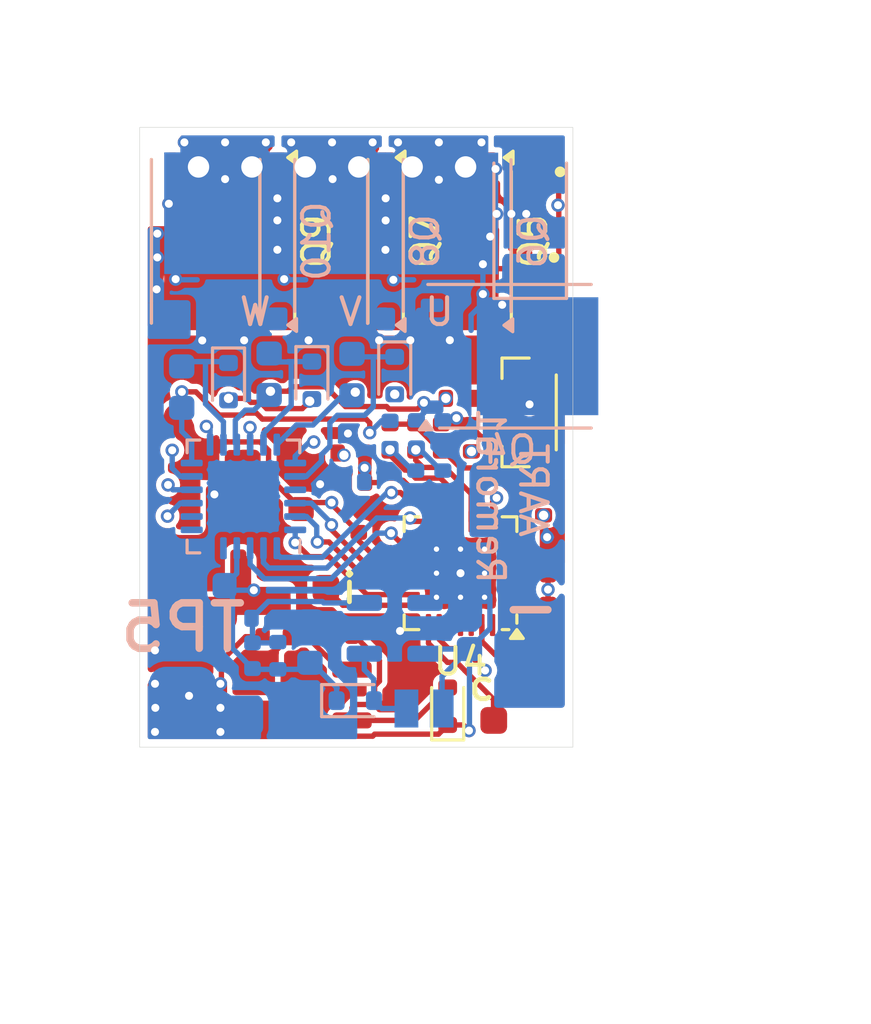
<source format=kicad_pcb>
(kicad_pcb (version 20240108) (generator "pcbnew") (generator_version "8.0")
  (layers (0 "F.Cu" signal) (1 "In1.Cu" signal) (2 "In2.Cu" signal) (31 "B.Cu" signal) (34 "B.Paste" user) (35 "F.Paste" user) (36 "B.SilkS" user "B.Silkscreen") (37 "F.SilkS" user "F.Silkscreen") (38 "B.Mask" user) (39 "F.Mask" user) (44 "Edge.Cuts" user))
  (net 0 "")
  (net 1 "SVIN")
  (net 2 "GND")
  (net 3 "VCC")
  (net 4 "Net-(U1-FB)")
  (net 5 "VDC")
  (net 6 "VDD")
  (net 7 "Net-(D5-K)")
  (net 8 "Net-(D6-K)")
  (net 9 "Net-(D7-K)")
  (net 10 "VBUS")
  (net 11 "Net-(D1-A)")
  (net 12 "Net-(D2A-A)")
  (net 13 "Net-(D2A-K)")
  (net 14 "Net-(D2C-K)")
  (net 15 "GND1")
  (net 16 "Net-(D4-A)")
  (net 17 "U")
  (net 18 "V")
  (net 19 "W")
  (net 20 "Net-(J6-Pin_1)")
  (net 21 "Net-(J7-Pin_1)")
  (net 22 "Net-(Q1-B)")
  (net 23 "Net-(Q2B-E2)")
  (net 24 "Net-(Q2A-C1)")
  (net 25 "Net-(Q5-G)")
  (net 26 "Net-(Q6-G)")
  (net 27 "Net-(Q7-G)")
  (net 28 "Net-(Q8-G)")
  (net 29 "Net-(Q9-G)")
  (net 30 "Net-(Q10-G)")
  (net 31 "UE")
  (net 32 "VE")
  (net 33 "WE")
  (net 34 "S0")
  (net 35 "Net-(U4-NRST)")
  (net 36 "Net-(U4-PA15)")
  (net 37 "Net-(U4-PA2)")
  (net 38 "Net-(U4-PB6)")
  (net 40 "UL")
  (net 41 "VL")
  (net 42 "WL")
  (net 46 "UH")
  (net 47 "VH")
  (net 48 "WH")
  (net 56 "Net-(J4-Pin_1)")
  (net 57 "Net-(J4-Pin_2)")
  (net 58 "Net-(J5-Pin_1)")
  (net 59 "Net-(J1-Pin_1)")
  (footprint "Resistor_SMD:R_0402_1005Metric" (layer "F.Cu") (at 166.925 114.9 -90)
    (property "Reference" "R12" (hide yes))
    (property "Value" "10k")
  )
  (footprint "Resistor_SMD:R_0402_1005Metric" (layer "F.Cu") (at 165 114.9 -90)
    (property "Reference" "R14" (hide yes))
    (property "Value" "10k")
  )
  (footprint "Connector_Wire:SolderWire-0.15sqmm_1x01_D0.5mm_OD1.5mm" (layer "F.Cu") (at 157.83 104.77 -90)
    (property "Reference" "J11" (hide yes))
    (property "Value" "Conn_01x01_Pin")
  )
  (footprint "Diode_SMD:D_SOD-523" (layer "F.Cu") (at 167.16 124.94 90)
    (property "Reference" "D1" (hide yes))
    (property "Value" "BZX584C8V2")
  )
  (footprint "Resistor_SMD:R_0402_1005Metric" (layer "F.Cu") (at 165.9636 114.9 -90)
    (property "Reference" "R13" (hide yes))
    (property "Value" "10k")
  )
  (footprint "TestPoint:TestPoint_Pad_D1.0mm" (layer "F.Cu") (at 157.025 114.125)
    (property "Reference" "TP3" (hide yes))
    (property "Value" "TestPoint_Small")
  )
  (footprint "Resistor_SMD:R_0402_1005Metric" (layer "F.Cu") (at 169.418 123.5202 -90)
    (property "Reference" "R21" (hide yes))
    (property "Value" "1k")
  )
  (footprint "Capacitor_SMD:C_0603_1608Metric" (layer "F.Cu") (at 160.8074 120.3706 90)
    (property "Reference" "C5" (hide yes))
    (property "Value" "1uF")
  )
  (footprint "Capacitor_SMD:C_0603_1608Metric" (layer "F.Cu") (at 158.92 115.82)
    (property "Reference" "C6" (hide yes))
    (property "Value" "2.2uF")
  )
  (footprint "Capacitor_SMD:C_0805_2012Metric" (layer "F.Cu") (at 167.64 111.252 -90)
    (property "Reference" "C20" (hide yes))
    (property "Value" "22uF")
  )
  (footprint "Capacitor_SMD:C_0805_2012Metric" (layer "F.Cu") (at 163.9824 111.252 -90)
    (property "Reference" "C18" (hide yes))
    (property "Value" "22uF")
  )
  (footprint "Resistor_SMD:R_0402_1005Metric" (layer "F.Cu") (at 164.09 122.29)
    (property "Reference" "R4" (hide yes))
    (property "Value" "330R")
  )
  (footprint "Portia:HDG 1x04 P0.6 Horizontal" (layer "F.Cu") (at 171.225 113.95 90)
    (property "Reference" "J4" (hide yes))
    (property "Value" "Conn_01x04")
  )
  (footprint "Connector_Wire:SolderWire-0.15sqmm_1x01_D0.5mm_OD1.5mm" (layer "F.Cu") (at 161.83 104.77 -90)
    (property "Reference" "J9" (hide yes))
    (property "Value" "Conn_01x01_Pin")
  )
  (footprint "Connector_Wire:SolderWire-0.15sqmm_1x01_D0.5mm_OD1.5mm" (layer "F.Cu") (at 167.83 104.77 -90)
    (property "Reference" "J2" (hide yes))
    (property "Value" "Conn_01x01_Pin")
  )
  (footprint "Package_TO_SOT_SMD:SOT-363_SC-70-6" (layer "F.Cu") (at 170.175 106.35 -90)
    (property "Reference" "D2" (hide yes))
    (property "Value" "MMBD4448HTW")
  )
  (footprint "Connector_Wire:SolderWire-0.15sqmm_1x01_D0.5mm_OD1.5mm" (layer "F.Cu") (at 159.83 104.77 -90)
    (property "Reference" "J10" (hide yes))
    (property "Value" "Conn_01x01_Pin")
  )
  (footprint "Resistor_SMD:R_0402_1005Metric" (layer "F.Cu") (at 160.74 122.34)
    (property "Reference" "R1" (hide yes))
    (property "Value" "10k")
  )
  (footprint "Capacitor_SMD:C_0805_2012Metric" (layer "F.Cu") (at 157.475 124.4 90)
    (property "Reference" "C11" (hide yes))
    (property "Value" "22uF")
  )
  (footprint "Capacitor_SMD:C_0805_2012Metric" (layer "F.Cu") (at 156.6672 111.252 -90)
    (property "Reference" "C14" (hide yes))
    (property "Value" "22uF")
  )
  (footprint "Resistor_SMD:R_0402_1005Metric" (layer "F.Cu") (at 170.9166 121.625 -90)
    (property "Reference" "R18" (hide yes))
    (property "Value" "10k")
  )
  (footprint "Package_TO_SOT_SMD:SOT-23" (layer "F.Cu") (at 164.5135 124.52)
    (property "Reference" "Q3" (hide yes))
    (property "Value" "MMBFJ309")
  )
  (footprint "Capacitor_SMD:C_0402_1005Metric" (layer "F.Cu") (at 170.9166 119.55 90)
    (property "Reference" "C22" (hide yes))
    (property "Value" "100nF")
  )
  (footprint "Capacitor_SMD:C_0402_1005Metric" (layer "F.Cu") (at 163.83 117.9576 90)
    (property "Reference" "C23" (hide yes))
    (property "Value" "100nF")
  )
  (footprint "Resistor_SMD:R_0402_1005Metric" (layer "F.Cu") (at 163.5506 115.4684)
    (property "Reference" "R5" (hide yes))
    (property "Value" "10k")
  )
  (footprint "Package_TO_SOT_SMD:SOT-23" (layer "F.Cu") (at 160.6616 124.52)
    (property "Reference" "Q1" (hide yes))
    (property "Value" "FMMT718")
  )
  (footprint "Package_TO_SOT_SMD:TDSON-8-1" (layer "F.Cu") (at 158.75 107.55 -90)
    (property "Reference" "Q9")
    (property "Value" "AP90N03Q")
  )
  (footprint "Capacitor_SMD:C_0402_1005Metric" (layer "F.Cu") (at 163.575 116.575 180)
    (property "Reference" "C1" (hide yes))
    (property "Value" "100nF")
  )
  (footprint "Package_TO_SOT_SMD:TDSON-8-1" (layer "F.Cu") (at 166.8574 107.55 -90)
    (property "Reference" "Q5")
    (property "Value" "AP90N03Q")
  )
  (footprint "Capacitor_SMD:C_0805_2012Metric" (layer "F.Cu") (at 165.8112 111.252 -90)
    (property "Reference" "C19" (hide yes))
    (property "Value" "22uF")
  )
  (footprint "Capacitor_SMD:C_0805_2012Metric" (layer "F.Cu") (at 158.496 111.252 -90)
    (property "Reference" "C15" (hide yes))
    (property "Value" "22uF")
  )
  (footprint "Connector_Wire:SolderWire-0.15sqmm_1x01_D0.5mm_OD1.5mm" (layer "F.Cu") (at 165.83 104.77 -90)
    (property "Reference" "J3" (hide yes))
    (property "Value" "Conn_01x01_Pin")
  )
  (footprint "Resistor_SMD:R_0402_1005Metric" (layer "F.Cu") (at 170.175 111.175 180)
    (property "Reference" "R2" (hide yes))
    (property "Value" "2k2")
  )
  (footprint "TestPoint:TestPoint_Pad_D1.0mm" (layer "F.Cu") (at 158.77 121.66)
    (property "Reference" "TP2" (hide yes))
    (property "Value" "TestPoint_Small")
  )
  (footprint "Resistor_SMD:R_0402_1005Metric" (layer "F.Cu") (at 168.05 114.9 90)
    (property "Reference" "R9" (hide yes))
    (property "Value" "10k")
  )
  (footprint "Resistor_SMD:R_0402_1005Metric" (layer "F.Cu") (at 167.6 113.425)
    (property "Reference" "R20" (hide yes))
    (property "Value" "1k")
  )
  (footprint "Package_DFN_QFN:QFN-28-1EP_4x4mm_P0.4mm_EP2.3x2.3mm_ThermalVias" (layer "F.Cu") (at 167.64 119.9642 180)
    (property "Reference" "U4")
    (property "Value" "AT32F421G8U7")
  )
  (footprint "TestPoint:TestPoint_Pad_D1.0mm" (layer "F.Cu") (at 156.45 121.675)
    (property "Reference" "TP1" (hide yes))
    (property "Value" "TestPoint_Small")
  )
  (footprint "TestPoint:TestPoint_Pad_1.0x1.0mm" (layer "F.Cu") (at 170.8912 123.5964 90)
    (property "Reference" "J7" (hide yes))
    (property "Value" "Conn_01x01")
  )
  (footprint "Package_TO_SOT_SMD:TDSON-8-1" (layer "F.Cu") (at 162.812 107.549 -90)
    (property "Reference" "Q7")
    (property "Value" "AP90N03Q")
  )
  (footprint "Capacitor_SMD:C_0603_1608Metric" (layer "F.Cu") (at 161.671 116.7892 90)
    (property "Reference" "C21" (hide yes))
    (property "Value" "10uF")
  )
  (footprint "Connector_Wire:SolderWire-0.15sqmm_1x01_D0.5mm_OD1.5mm" (layer "F.Cu") (at 163.83 104.77 -90)
    (property "Reference" "J8" (hide yes))
    (property "Value" "Conn_01x01_Pin")
  )
  (footprint "Connector_Wire:SolderWirePad_1x01_SMD_1x2mm" (layer "F.Cu") (at 168.45 116.625)
    (property "Reference" "J1" (hide yes))
    (property "Value" "Conn_01x01_Pin")
  )
  (footprint "Resistor_SMD:R_0402_1005Metric" (layer "F.Cu") (at 170.475 104.175 180)
    (property "Reference" "R3" (hide yes))
    (property "Value" "4k7")
  )
  (footprint "TestPoint:TestPoint_Pad_1.0x1.0mm" (layer "F.Cu") (at 168.8846 125.47 90)
    (property "Reference" "J6" (hide yes))
    (property "Value" "Conn_01x01")
  )
  (footprint "Package_TO_SOT_SMD:SOT-23-5" (layer "F.Cu") (at 158.369 118.6 90)
    (property "Reference" "U2" (hide yes))
    (property "Value" "AP2210K-3.3TRG1")
  )
  (footprint "Capacitor_SMD:C_0805_2012Metric" (layer "F.Cu") (at 160.3248 111.252 -90)
    (property "Reference" "C16" (hide yes))
    (property "Value" "22uF")
  )
  (footprint "Capacitor_SMD:C_0805_2012Metric" (layer "F.Cu") (at 162.1536 111.252 -90)
    (property "Reference" "C17" (hide yes))
    (property "Value" "22uF")
  )
  (footprint "Package_TO_SOT_SMD:SOT-563" (layer "F.Cu") (at 170.225 109.325 -90)
    (property "Reference" "Q2" (hide yes))
    (property "Value" "EMZ1T2R")
  )
  (footprint "Resistor_SMD:R_0402_1005Metric" (layer "F.Cu") (at 170.75 117.29 90)
    (property "Reference" "R19" (hide yes))
    (property "Value" "1k")
  )
  (footprint "TestPoint:TestPoint_Pad_1.0x1.0mm" (layer "F.Cu") (at 162.6 120.53 90)
    (property "Reference" "J5" (hide yes))
    (property "Value" "Conn_01x01")
  )
  (footprint "Resistor_SMD:R_0402_1005Metric" (layer "B.Cu") (at 165 114.775 -90)
    (property "Reference" "R11" (hide yes))
    (property "Value" "10k")
  )
  (footprint "Added_footprints:L_Sunltech_SLW201610P" (layer "B.Cu") (at 166.275 125.025 180)
    (property "Reference" "L1" (hide yes))
    (property "Value" "10uH")
  )
  (footprint "Resistor_SMD:R_0402_1005Metric" (layer "B.Cu") (at 165.989 114.7572 -90)
    (property "Reference" "R10" (hide yes))
    (property "Value" "10k")
  )
  (footprint "Capacitor_SMD:C_0402_1005Metric" (layer "B.Cu") (at 159.85 123.05 90)
    (property "Reference" "C2" (hide yes))
    (property "Value" "10pF")
  )
  (footprint "Resistor_SMD:R_0402_1005Metric" (layer "B.Cu") (at 160.325 121.65)
    (property "Reference" "R8" (hide yes))
    (property "Value" "10k")
  )
  (footprint "Capacitor_SMD:C_0603_1608Metric" (layer "B.Cu") (at 162 122.54 90)
    (property "Reference" "C3" (hide yes))
    (property "Value" "1uF")
  )
  (footprint "Diode_SMD:D_SOD-523" (layer "B.Cu") (at 163.7 124.73)
    (property "Reference" "D4" (hide yes))
    (property "Value" "RB521SM-40T2R")
  )
  (footprint "TestPoint:TestPoint_Pad_2.5x2.5mm" (layer "B.Cu") (at 170.3 123.475 180)
    (property "Reference" "GND1" (hide yes))
    (property "Value" "TestPoint")
  )
  (footprint "TestPoint:TestPoint_Pad_2.5x2.5mm" (layer "B.Cu") (at 157.23 124.714 180)
    (property "Reference" "TP5")
    (property "Value" "TestPoint")
  )
  (footprint "Diode_SMD:D_SOD-523" (layer "B.Cu") (at 162.075 112.75 -90)
    (property "Reference" "D6" (hide yes))
    (property "Value" "RB521SM-40T2R")
  )
  (footprint "Package_TO_SOT_SMD:TDSON-8-1" (layer "B.Cu") (at 166.8453 107.5612 90)
    (property "Reference" "Q6")
    (property "Value" "AP90N03Q")
  )
  (footprint "Resistor_SMD:R_0402_1005Metric" (layer "B.Cu") (at 163.525 116.55 180)
    (property "Reference" "R6" (hide yes))
    (property "Value" "2k2")
  )
  (footprint "Capacitor_SMD:C_0805_2012Metric" (layer "B.Cu") (at 160.7 125.275)
    (property "Reference" "C12" (hide yes))
    (property "Value" "22uF")
  )
  (footprint "Diode_SMD:D_SOD-523" (layer "B.Cu") (at 165.1762 112.5728 -90)
    (property "Reference" "D5" (hide yes))
    (property "Value" "RB521SM-40T2R")
  )
  (footprint "Package_TO_SOT_SMD:TDSON-8-1" (layer "B.Cu") (at 158.75 107.55 90)
    (property "Reference" "Q10")
    (property "Value" "AP90N03Q")
  )
  (footprint "Package_TO_SOT_SMD:TDSON-8-1" (layer "B.Cu") (at 162.814 107.55 90)
    (property "Reference" "Q8")
    (property "Value" "AP90N03Q")
  )
  (footprint "Capacitor_SMD:C_0603_1608Metric" (layer "B.Cu") (at 167.975 122.025 90)
    (property "Reference" "C4" (hide yes))
    (property "Value" "2.2uF")
  )
  (footprint "Package_TO_SOT_SMD:TDSON-8-1" (layer "B.Cu") (at 169.475 111.85)
    (property "Reference" "Q4")
    (property "Value" "AON7418")
  )
  (footprint "Resistor_SMD:R_0402_1005Metric" (layer "B.Cu") (at 165.9636 116.6368 -90)
    (property "Reference" "R17" (hide yes))
    (property "Value" "2k2")
  )
  (footprint "Resistor_SMD:R_0402_1005Metric" (layer "B.Cu") (at 166.9796 114.7572 -90)
    (property "Reference" "R15" (hide yes))
    (property "Value" "2k2")
  )
  (footprint "Package_DFN_QFN:QFN-24-1EP_4x4mm_P0.5mm_EP2.6x2.6mm" (layer "B.Cu") (at 159.512 117.094 90)
    (property "Reference" "U3" (hide yes))
    (property "Value" "FD6288Q")
  )
  (footprint "Capacitor_SMD:C_0603_1608Metric" (layer "B.Cu") (at 158.03 120.43 180)
    (property "Reference" "C10" (hide yes))
    (property "Value" "1uF")
  )
  (footprint "Diode_SMD:D_SOD-523" (layer "B.Cu") (at 158.9532 112.8014 -90)
    (property "Reference" "D7" (hide yes))
    (property "Value" "RB521SM-40T2R")
  )
  (footprint "Capacitor_SMD:C_0603_1608Metric" (layer "B.Cu") (at 163.576 112.5344 -90)
    (property "Reference" "C7" (hide yes))
    (property "Value" "220nF")
  )
  (footprint "Capacitor_SMD:C_0805_2012Metric" (layer "B.Cu") (at 157.8 110.475)
    (property "Reference" "C13" (hide yes))
    (property "Value" "22uF")
  )
  (footprint "Diode_SMD:D_SOD-128" (layer "B.Cu") (at 170.25 106.525 90)
    (property "Reference" "D3" (hide yes))
    (property "Value" "PMEG3030EP")
  )
  (footprint "Package_TO_SOT_SMD:SOT-23-5" (layer "B.Cu") (at 165.175 122.025)
    (property "Reference" "U1" (hide yes))
    (property "Value" "AP3015KTR-G1")
  )
  (footprint "Capacitor_SMD:C_0603_1608Metric" (layer "B.Cu") (at 157.2006 113.0046 -90)
    (property "Reference" "C9" (hide yes))
    (property "Value" "220nF")
  )
  (footprint "Resistor_SMD:R_0402_1005Metric" (layer "B.Cu") (at 166.9796 116.6368 -90)
    (property "Reference" "R16" (hide yes))
    (property "Value" "2k2")
  )
  (footprint "Capacitor_SMD:C_0603_1608Metric" (layer "B.Cu") (at 160.475 112.522 -90)
    (property "Reference" "C8" (hide yes))
    (property "Value" "220nF")
  )
  (footprint "Resistor_SMD:R_0402_1005Metric" (layer "B.Cu") (at 160.8 123.05 90)
    (property "Reference" "R7" (hide yes))
    (property "Value" "91k")
  )
  (gr_rect (start 155.6258 103.29) (end 171.847 126.471) (stroke (width 0.02)) (fill none) (layer "Edge.Cuts"))
  (gr_text "AART" (at 169.775 118.7 -90) (layer "B.SilkS") (effects (font (size 1 1) (thickness 0.153)) (justify left bottom mirror)))
  (gr_text "V" (at 164.05 110.775 0) (layer "B.SilkS") (effects (font (size 1 1) (thickness 0.153)) (justify left bottom mirror)))
  (gr_text "-" (at 171.5 122.2 0) (layer "B.SilkS") (effects (font (size 1.7 1.7) (thickness 0.28) (bold yes)) (justify left bottom mirror)))
  (gr_text "W" (at 160.625 110.775 0) (layer "B.SilkS") (effects (font (size 1 1) (thickness 0.153)) (justify left bottom mirror)))
  (gr_text "U" (at 167.475 110.775 0) (layer "B.SilkS") (effects (font (size 1 1) (thickness 0.153)) (justify left bottom mirror)))
  (gr_text "Remora1" (at 168.175 113.675 270) (layer "B.SilkS") (effects (font (size 1 1) (thickness 0.153)) (justify right bottom mirror)))
  (gr_text "i" (at 163.1 121.175 0) (layer "F.SilkS") (effects (font (size 1.1 1.1) (thickness 0.18) (bold yes)) (justify left bottom)))
  (gr_text "c" (at 167.85 124.8 0) (layer "F.SilkS") (effects (font (size 1.1 1.1) (thickness 0.18) (bold yes)) (justify left bottom)))
  (segment (start 164.74 116.41) (end 165.273676 116.41) (width 0.2) (layer "F.Cu") (net 1))
  (segment (start 167.24 117.327154) (end 167.24 118.0267) (width 0.2) (layer "F.Cu") (net 1))
  (segment (start 165.806656 116.8082) (end 166.721046 116.8082) (width 0.2) (layer "F.Cu") (net 1))
  (segment (start 165.360276 116.4966) (end 165.495056 116.4966) (width 0.2) (layer "F.Cu") (net 1))
  (segment (start 166.721046 116.8082) (end 167.24 117.327154) (width 0.2) (layer "F.Cu") (net 1))
  (segment (start 164.575 116.575) (end 164.74 116.41) (width 0.2) (layer "F.Cu") (net 1))
  (segment (start 165.273676 116.41) (end 165.360276 116.4966) (width 0.2) (layer "F.Cu") (net 1))
  (segment (start 164.0606 116.0144) (end 164.05 116.025) (width 0.2) (layer "F.Cu") (net 1))
  (segment (start 164.055 116.575) (end 164.055 116.03) (width 0.5) (layer "F.Cu") (net 1))
  (segment (start 164.055 116.03) (end 164.05 116.025) (width 0.2) (layer "F.Cu") (net 1))
  (segment (start 165.495056 116.4966) (end 165.806656 116.8082) (width 0.2) (layer "F.Cu") (net 1))
  (segment (start 164.0606 115.4684) (end 164.0606 116.0144) (width 0.5) (layer "F.Cu") (net 1))
  (segment (start 164.055 116.575) (end 164.575 116.575) (width 0.2) (layer "F.Cu") (net 1))
  (via (at 164.05 116.025) (size 0.5) (drill 0.3) (layers "F.Cu" "B.Cu") (net 1))
  (segment (start 164.05 116.535) (end 164.035 116.55) (width 0.2) (layer "B.Cu") (net 1))
  (segment (start 164.05 116.025) (end 164.05 116.535) (width 0.2) (layer "B.Cu") (net 1))
  (segment (start 168.627 112.202) (end 167.64 112.202) (width 0.2) (layer "F.Cu") (net 2))
  (segment (start 165.182782 119.1642) (end 165.024291 119.005709) (width 0.2) (layer "F.Cu") (net 2))
  (segment (start 165.7025 119.1642) (end 165.182782 119.1642) (width 0.2) (layer "F.Cu") (net 2))
  (segment (start 164.6 122.29) (end 165.451 123.141) (width 0.2) (layer "F.Cu") (net 2))
  (segment (start 165.451 123.141) (end 165.451 124.52) (width 0.2) (layer "F.Cu") (net 2))
  (segment (start 169.475 113.05) (end 168.627 112.202) (width 0.2) (layer "F.Cu") (net 2))
  (via (at 158.424535 117.017079) (size 0.5) (drill 0.3) (layers "F.Cu" "B.Cu") (net 2))
  (via (at 169.545 106.525) (size 0.5) (drill 0.3) (layers "F.Cu" "B.Cu") (net 2))
  (via (at 165.7607 111.252) (size 0.5) (drill 0.3) (layers "F.Cu" "B.Cu") (net 2))
  (via (at 168.99 106.525) (size 0.5) (drill 0.3) (layers "F.Cu" "B.Cu") (net 2))
  (via (at 167.64 119.9642) (size 0.5) (drill 0.3) (layers "F.Cu" "B.Cu") (net 2))
  (via (at 170.1 106.525) (size 0.5) (drill 0.3) (layers "F.Cu" "B.Cu") (net 2))
  (via (at 162.3822 116.6368) (size 0.5) (drill 0.3) (layers "F.Cu" "B.Cu") (net 2))
  (via (at 157.969367 111.258767) (size 0.5) (drill 0.3) (layers "F.Cu" "B.Cu") (net 2))
  (via (at 161.9504 111.252) (size 0.5) (drill 0.3) (layers "F.Cu" "B.Cu") (net 2))
  (via (at 163.425 114.7395) (size 0.5) (drill 0.3) (layers "F.Cu" "B.Cu") (net 2))
  (via (at 167.2397 111.25) (size 0.5) (drill 0.3) (layers "F.Cu" "B.Cu") (net 2))
  (via (at 164.592 111.252) (size 0.5) (drill 0.3) (layers "F.Cu" "B.Cu") (net 2))
  (via (at 165.375 122.125) (size 0.5) (drill 0.3) (layers "F.Cu" "B.Cu") (net 2))
  (via (at 156.2 122.85) (size 0.5) (drill 0.3) (layers "F.Cu" "B.Cu") (net 2))
  (via (at 168.950695 104.844658) (size 0.5) (drill 0.3) (layers "F.Cu" "B.Cu") (net 2))
  (via (at 159.537882 111.254706) (size 0.5) (drill 0.3) (layers "F.Cu" "B.Cu") (net 2))
  (via (at 170.8825 118.614) (size 0.5) (drill 0.3) (layers "F.Cu" "B.Cu") (net 2))
  (segment (start 164.0375 122.025) (end 164.1525 122.14) (width 0.2) (layer "B.Cu") (net 2))
  (segment (start 164.0375 122.025) (end 162.26 122.025) (width 0.2) (layer "B.Cu") (net 2))
  (segment (start 165.375 122.125) (end 165.39 122.14) (width 0.2) (layer "B.Cu") (net 2))
  (segment (start 167.085 122.14) (end 167.975 121.25) (width 0.2) (layer "B.Cu") (net 2))
  (segment (start 164.1525 122.14) (end 165.36 122.14) (width 0.2) (layer "B.Cu") (net 2))
  (segment (start 162.26 122.025) (end 162 121.765) (width 0.2) (layer "B.Cu") (net 2))
  (segment (start 165.36 122.14) (end 165.375 122.125) (width 0.2) (layer "B.Cu") (net 2))
  (segment (start 165.39 122.14) (end 167.085 122.14) (width 0.2) (layer "B.Cu") (net 2))
  (segment (start 159.8972 120.9466) (end 160.0962 121.1456) (width 0.2) (layer "F.Cu") (net 3))
  (segment (start 160.146062 113.574875) (end 159.787375 113.574875) (width 0.2) (layer "F.Cu") (net 3))
  (segment (start 159.319 120.725) (end 159.319 119.7375) (width 0.2) (layer "F.Cu") (net 3))
  (segment (start 161.713946 113.81) (end 160.381187 113.81) (width 0.2) (layer "F.Cu") (net 3))
  (segment (start 158.77 120.9774) (end 158.8008 120.9466) (width 0.2) (layer "F.Cu") (net 3))
  (segment (start 159.8972 120.6028) (end 159.8972 120.9466) (width 0.2) (layer "F.Cu") (net 3))
  (segment (start 158.8008 120.9466) (end 159.0974 120.9466) (width 0.2) (layer "F.Cu") (net 3))
  (segment (start 160.381187 113.81) (end 160.146062 113.574875) (width 0.2) (layer "F.Cu") (net 3))
  (segment (start 161.992446 113.5315) (end 161.713946 113.81) (width 0.2) (layer "F.Cu") (net 3))
  (segment (start 160.0962 121.1456) (end 160.8074 121.1456) (width 0.2) (layer "F.Cu") (net 3))
  (segment (start 159.787375 113.574875) (end 159.637875 113.425375) (width 0.2) (layer "F.Cu") (net 3))
  (segment (start 162.018183 113.5315) (end 161.851483 113.6982) (width 0.2) (layer "F.Cu") (net 3))
  (segment (start 171.32 110.54) (end 170.685 111.175) (width 0.2) (layer "F.Cu") (net 3))
  (segment (start 171.2975 106.2) (end 171.32 106.2225) (width 0.2) (layer "F.Cu") (net 3))
  (segment (start 159.637875 113.425375) (end 158.9532 113.425375) (width 0.2) (layer "F.Cu") (net 3))
  (segment (start 159.0974 120.9466) (end 159.319 120.725) (width 0.2) (layer "F.Cu") (net 3))
  (segment (start 158.77 121.66) (end 158.77 120.9774) (width 0.2) (layer "F.Cu") (net 3))
  (segment (start 171.315 106.1825) (end 171.315 104.505) (width 0.2) (layer "F.Cu") (net 3))
  (segment (start 159.0974 120.9466) (end 159.3342 120.9466) (width 0.2) (layer "F.Cu") (net 3))
  (segment (start 171.32 106.2225) (end 171.32 110.54) (width 0.2) (layer "F.Cu") (net 3))
  (segment (start 171.315 104.505) (end 170.985 104.175) (width 0.2) (layer "F.Cu") (net 3))
  (segment (start 157.419 120.773599) (end 157.592001 120.9466) (width 0.2) (layer "F.Cu") (net 3))
  (segment (start 171.2975 106.2) (end 171.315 106.1825) (width 0.2) (layer "F.Cu") (net 3))
  (segment (start 157.419 119.7375) (end 157.419 120.773599) (width 0.2) (layer "F.Cu") (net 3))
  (segment (start 159.3342 120.9466) (end 159.8972 120.9466) (width 0.2) (layer "F.Cu") (net 3))
  (segment (start 159.1138 120.9466) (end 159.3342 120.9466) (width 0.2) (layer "F.Cu") (net 3))
  (segment (start 159.9 120.6) (end 159.8972 120.6028) (width 0.2) (layer "F.Cu") (net 3))
  (segment (start 157.592001 120.9466) (end 158.8008 120.9466) (width 0.2) (layer "F.Cu") (net 3))
  (via (at 161.992446 113.5315) (size 0.5) (drill 0.35) (layers "F.Cu" "B.Cu") (net 3))
  (via (at 158.9532 113.425375) (size 0.5) (drill 0.35) (layers "F.Cu" "B.Cu") (net 3))
  (via (at 159.9 120.6) (size 0.5) (drill 0.3) (layers "F.Cu" "B.Cu") (net 3))
  (via (at 171.29 106.2) (size 0.5) (drill 0.3) (layers "F.Cu" "B.Cu") (net 3))
  (via (at 165.1762 113.2728) (size 0.5) (drill 0.35) (layers "F.Cu" "B.Cu") (net 3))
  (segment (start 162 123.315) (end 162.0754 123.315) (width 0.2) (layer "B.Cu") (net 3))
  (segment (start 162.0754 123.315) (end 163.0172 124.2568) (width 0.2) (layer "B.Cu") (net 3))
  (segment (start 161.755 123.56) (end 162 123.315) (width 0.2) (layer "B.Cu") (net 3))
  (segment (start 159.262 119.973) (end 158.805 120.43) (width 0.2) (layer "B.Cu") (net 3))
  (segment (start 159.85 123.53) (end 159.55 123.23) (width 0.2) (layer "B.Cu") (net 3))
  (segment (start 159.55 123.225) (end 159.1 122.775) (width 0.2) (layer "B.Cu") (net 3))
  (segment (start 160.8 123.56) (end 159.88 123.56) (width 0.2) (layer "B.Cu") (net 3))
  (segment (start 159.55 123.23) (end 159.55 123.225) (width 0.2) (layer "B.Cu") (net 3))
  (segment (start 159.1 120.725) (end 158.805 120.43) (width 0.2) (layer "B.Cu") (net 3))
  (segment (start 158.975 120.6) (end 158.805 120.43) (width 0.2) (layer "B.Cu") (net 3))
  (segment (start 159.1 122.775) (end 159.1 120.725) (width 0.2) (layer "B.Cu") (net 3))
  (segment (start 163.0172 124.2568) (end 163 124.274) (width 0.2) (layer "B.Cu") (net 3))
  (segment (start 159.262 119.0315) (end 159.262 119.973) (width 0.2) (layer "B.Cu") (net 3))
  (segment (start 163 124.274) (end 163 124.73) (width 0.2) (layer "B.Cu") (net 3))
  (segment (start 159.88 123.56) (end 159.85 123.53) (width 0.2) (layer "B.Cu") (net 3))
  (segment (start 160.8 123.56) (end 161.755 123.56) (width 0.2) (layer "B.Cu") (net 3))
  (segment (start 159.9 120.6) (end 158.975 120.6) (width 0.2) (layer "B.Cu") (net 3))
  (segment (start 159.815 121.65) (end 160.44 121.025) (width 0.2) (layer "B.Cu") (net 4))
  (segment (start 162.519556 121.075) (end 164.0375 121.075) (width 0.2) (layer "B.Cu") (net 4))
  (segment (start 160.44 121.025) (end 162.469556 121.025) (width 0.2) (layer "B.Cu") (net 4))
  (segment (start 160.77 122.57) (end 159.85 122.57) (width 0.2) (layer "B.Cu") (net 4))
  (segment (start 159.85 122.57) (end 159.85 121.685) (width 0.2) (layer "B.Cu") (net 4))
  (segment (start 162.469556 121.025) (end 162.519556 121.075) (width 0.2) (layer "B.Cu") (net 4))
  (segment (start 160.8 122.54) (end 160.77 122.57) (width 0.2) (layer "B.Cu") (net 4))
  (segment (start 159.85 121.685) (end 159.815 121.65) (width 0.2) (layer "B.Cu") (net 4))
  (segment (start 164.34991 126.06) (end 162.257074 126.06) (width 0.2) (layer "F.Cu") (net 5))
  (segment (start 164.42591 125.984) (end 164.34991 126.06) (width 0.2) (layer "F.Cu") (net 5))
  (segment (start 161.5991 125.402026) (end 161.5991 124.52) (width 0.2) (layer "F.Cu") (net 5))
  (segment (start 166.816 125.984) (end 164.42591 125.984) (width 0.2) (layer "F.Cu") (net 5))
  (segment (start 162.257074 126.06) (end 161.5991 125.402026) (width 0.2) (layer "F.Cu") (net 5))
  (segment (start 167.16 125.64) (end 166.816 125.984) (width 0.2) (layer "F.Cu") (net 5))
  (segment (start 167.746092 125.64) (end 167.16 125.64) (width 0.2) (layer "F.Cu") (net 5))
  (segment (start 167.957788 125.851696) (end 167.746092 125.64) (width 0.2) (layer "F.Cu") (net 5))
  (via (at 167.957788 125.851696) (size 0.5) (drill 0.3) (layers "F.Cu" "B.Cu") (net 5))
  (segment (start 168.444556 120.51) (end 167.24 120.51) (width 0.2) (layer "B.Cu") (net 5))
  (segment (start 167.975 122.8) (end 168.74 122.035) (width 0.2) (layer "B.Cu") (net 5))
  (segment (start 166.4875 122.8) (end 166.3125 122.975) (width 0.2) (layer "B.Cu") (net 5))
  (segment (start 167.975 125.834484) (end 167.957788 125.851696) (width 0.2) (layer "B.Cu") (net 5))
  (segment (start 168.74 120.805444) (end 168.444556 120.51) (width 0.2) (layer "B.Cu") (net 5))
  (segment (start 166.95 125.025) (end 166.95 123.825) (width 0.2) (layer "B.Cu") (net 5))
  (segment (start 167.975 122.8) (end 166.4875 122.8) (width 0.2) (layer "B.Cu") (net 5))
  (segment (start 166.95 123.825) (end 167.975 122.8) (width 0.2) (layer "B.Cu") (net 5))
  (segment (start 167.24 120.51) (end 166.675 121.075) (width 0.2) (layer "B.Cu") (net 5))
  (segment (start 168.74 122.035) (end 168.74 120.805444) (width 0.2) (layer "B.Cu") (net 5))
  (segment (start 167.975 122.8) (end 167.975 125.834484) (width 0.2) (layer "B.Cu") (net 5))
  (segment (start 166.675 121.075) (end 166.3125 121.075) (width 0.2) (layer "B.Cu") (net 5))
  (segment (start 157.1752 114.2752) (end 157.1752 114.3508) (width 0.2) (layer "F.Cu") (net 6))
  (segment (start 157.419 117.4625) (end 157.419 116.546) (width 0.2) (layer "F.Cu") (net 6))
  (segment (start 158.910125 115.054875) (end 158.90525 115.05) (width 0.2) (layer "F.Cu") (net 6))
  (segment (start 161.671 117.5642) (end 160.4528 116.346) (width 0.2) (layer "F.Cu") (net 6))
  (segment (start 158.575 115.05) (end 158.575 115.39) (width 0.2) (layer "F.Cu") (net 6))
  (segment (start 157.025 114.125) (end 157.025 114.152918) (width 0.2) (layer "F.Cu") (net 6))
  (segment (start 162.814 117.3226) (end 161.9126 117.3226) (width 0.2) (layer "F.Cu") (net 6))
  (segment (start 170.4392 119.5642) (end 169.5775 119.5642) (width 0.2) (layer "F.Cu") (net 6))
  (segment (start 163.356708 117.930124) (end 162.814 117.387416) (width 0.2) (layer "F.Cu") (net 6))
  (segment (start 164.6442 119.5642) (end 165.7025 119.5642) (width 0.2) (layer "F.Cu") (net 6))
  (segment (start 163.356708 117.965842) (end 163.356708 117.930124) (width 0.2) (layer "F.Cu") (net 6))
  (segment (start 170.9166 120.575) (end 170.9166 121.115) (width 0.2) (layer "F.Cu") (net 6))
  (segment (start 160.4528 116.346) (end 160.4528 115.368244) (width 0.2) (layer "F.Cu") (net 6))
  (segment (start 170.4392 119.5642) (end 170.905 120.03) (width 0.2) (layer "F.Cu") (net 6))
  (segment (start 158.575 115.39) (end 158.145 115.82) (width 0.2) (layer "F.Cu") (net 6))
  (segment (start 163.828466 118.4376) (end 163.356708 117.965842) (width 0.2) (layer "F.Cu") (net 6))
  (segment (start 157.025 114.125) (end 157.1752 114.2752) (width 0.2) (layer "F.Cu") (net 6))
  (segment (start 158.90525 115.05) (end 158.575 115.05) (width 0.2) (layer "F.Cu") (net 6))
  (segment (start 163.83 118.75) (end 163.83 118.4376) (width 0.2) (layer "F.Cu") (net 6))
  (segment (start 160.4528 115.368244) (end 160.139431 115.054875) (width 0.2) (layer "F.Cu") (net 6))
  (segment (start 161.9126 117.3226) (end 161.671 117.5642) (width 0.2) (layer "F.Cu") (net 6))
  (segment (start 160.139431 115.054875) (end 158.910125 115.054875) (width 0.2) (layer "F.Cu") (net 6))
  (segment (start 157.025 114.152918) (end 157.6578 114.785718) (width 0.2) (layer "F.Cu") (net 6))
  (segment (start 163.83 118.4376) (end 163.828466 118.4376) (width 0.2) (layer "F.Cu") (net 6))
  (segment (start 170.9166 120.575) (end 170.9166 120.03) (width 0.2) (layer "F.Cu") (net 6))
  (segment (start 157.6578 114.785718) (end 157.6578 115.3328) (width 0.2) (layer "F.Cu") (net 6))
  (segment (start 164.6442 119.5642) (end 163.83 118.75) (width 0.2) (layer "F.Cu") (net 6))
  (segment (start 162.814 117.387416) (end 162.814 117.3226) (width 0.2) (layer "F.Cu") (net 6))
  (segment (start 170.905 120.03) (end 170.9166 120.03) (width 0.2) (layer "F.Cu") (net 6))
  (segment (start 157.6578 115.3328) (end 158.145 115.82) (width 0.2) (layer "F.Cu") (net 6))
  (segment (start 157.419 116.546) (end 158.145 115.82) (width 0.2) (layer "F.Cu") (net 6))
  (via (at 162.814 117.3226) (size 0.5) (drill 0.3) (layers "F.Cu" "B.Cu") (net 6))
  (via (at 170.9166 120.575) (size 0.5) (drill 0.3) (layers "F.Cu" "B.Cu") (net 6))
  (segment (start 161.862244 116.344) (end 162.432377 115.773867) (width 0.2) (layer "B.Cu") (net 7))
  (segment (start 163.0292 114.0594) (end 164.049696 114.0594) (width 0.2) (layer "B.Cu") (net 7))
  (segment (start 162.432377 115.773867) (end 162.432377 115.531846) (width 0.2) (layer "B.Cu") (net 7))
  (segment (start 164.3738 111.874) (end 164.375 111.8728) (width 0.2) (layer "B.Cu") (net 7))
  (segment (start 164.3738 113.735296) (end 164.3738 111.874) (width 0.2) (layer "B.Cu") (net 7))
  (segment (start 164.375 111.8728) (end 163.6894 111.8728) (width 0.2) (layer "B.Cu") (net 7))
  (segment (start 164.049696 114.0594) (end 164.3738 113.735296) (width 0.2) (layer "B.Cu") (net 7))
  (segment (start 163.6894 111.8728) (end 163.576 111.7594) (width 0.2) (layer "B.Cu") (net 7))
  (segment (start 161.4495 116.344) (end 161.862244 116.344) (width 0.2) (layer "B.Cu") (net 7))
  (segment (start 162.748701 115.215522) (end 162.748701 114.339899) (width 0.2) (layer "B.Cu") (net 7))
  (segment (start 162.748701 114.339899) (end 163.0292 114.0594) (width 0.2) (layer "B.Cu") (net 7))
  (segment (start 165.1762 111.8728) (end 164.375 111.8728) (width 0.2) (layer "B.Cu") (net 7))
  (segment (start 162.432377 115.531846) (end 162.748701 115.215522) (width 0.2) (layer "B.Cu") (net 7))
  (segment (start 161.176 112.0636) (end 160.7916 112.0636) (width 0.2) (layer "B.Cu") (net 8))
  (segment (start 161.3 113.691614) (end 160.262 114.729614) (width 0.2) (layer "B.Cu") (net 8))
  (segment (start 161.3 113.691614) (end 161.3 112.05) (width 0.2) (layer "B.Cu") (net 8))
  (segment (start 161.1896 112.05) (end 161.176 112.0636) (width 0.2) (layer "B.Cu") (net 8))
  (segment (start 160.262 114.729614) (end 160.262 115.1565) (width 0.2) (layer "B.Cu") (net 8))
  (segment (start 162.075 112.05) (end 161.3 112.05) (width 0.2) (layer "B.Cu") (net 8))
  (segment (start 161.3 112.05) (end 161.1896 112.05) (width 0.2) (layer "B.Cu") (net 8))
  (segment (start 160.7916 112.0636) (end 160.475 111.747) (width 0.2) (layer "B.Cu") (net 8))
  (segment (start 158.762 115.1565) (end 158.762 114.300752) (width 0.2) (layer "B.Cu") (net 9))
  (segment (start 158.0896 113.628352) (end 158.0896 112.0506) (width 0.2) (layer "B.Cu") (net 9))
  (segment (start 157.3796 112.0506) (end 157.2006 112.2296) (width 0.2) (layer "B.Cu") (net 9))
  (segment (start 158.75 112.0506) (end 158.0896 112.0506) (width 0.2) (layer "B.Cu") (net 9))
  (segment (start 158.0896 112.0506) (end 157.3796 112.0506) (width 0.2) (layer "B.Cu") (net 9))
  (segment (start 158.762 114.300752) (end 158.0896 113.628352) (width 0.2) (layer "B.Cu") (net 9))
  (segment (start 170.225 113.65) (end 169.475 113.65) (width 0.2) (layer "F.Cu") (net 10))
  (segment (start 157.1905 125.38) (end 157.445 125.38) (width 0.2) (layer "F.Cu") (net 10))
  (segment (start 169.725 109.065) (end 169.725 108.575) (width 0.2) (layer "F.Cu") (net 10))
  (segment (start 158.58845 124.230668) (end 158.6866 124.328818) (width 0.2) (layer "F.Cu") (net 10))
  (segment (start 158.6866 123.24359) (end 159.59019 122.34) (width 0.2) (layer "F.Cu") (net 10))
  (segment (start 164.8362 106.771382) (end 164.8362 107.862944) (width 0.5) (layer "F.Cu") (net 10))
  (segment (start 168.7576 107.3826) (end 168.7576 108.1278) (width 0.5) (layer "F.Cu") (net 10))
  (segment (start 160.782 106.767639) (end 160.782 107.866817) (width 0.5) (layer "F.Cu") (net 10))
  (segment (start 170.725 109.05) (end 170.56 109.215) (width 0.2) (layer "F.Cu") (net 10))
  (segment (start 168.7576 108.1278) (end 168.4782 108.4072) (width 0.2) (layer "F.Cu") (net 10))
  (segment (start 170.56 109.215) (end 169.875 109.215) (width 0.2) (layer "F.Cu") (net 10))
  (segment (start 158.6866 124.132518) (end 158.6866 123.24359) (width 0.2) (layer "F.Cu") (net 10))
  (segment (start 159.5797 125.47) (end 159.7241 125.47) (width 0.2) (layer "F.Cu") (net 10))
  (segment (start 160.782 107.866817) (end 160.781678 107.867139) (width 0.2) (layer "F.Cu") (net 10))
  (segment (start 168.75 107.375) (end 168.7576 107.3826) (width 0.5) (layer "F.Cu") (net 10))
  (segment (start 157.445 125.38) (end 157.475 125.35) (width 0.2) (layer "F.Cu") (net 10))
  (segment (start 158.58845 124.230668) (end 158.6866 124.132518) (width 0.2) (layer "F.Cu") (net 10))
  (segment (start 164.8362 107.862944) (end 164.828262 107.870882) (width 0.2) (layer "F.Cu") (net 10))
  (segment (start 169.875 109.215) (end 169.725 109.065) (width 0.2) (layer "F.Cu") (net 10))
  (segment (start 158.65 124.1) (end 158.65 125.125) (width 0.5) (layer "F.Cu") (net 10))
  (segment (start 168.646 108.575) (end 168.4782 108.4072) (width 0.2) (layer "F.Cu") (net 10))
  (segment (start 170.725 108.575) (end 170.725 109.05) (width 0.2) (layer "F.Cu") (net 10))
  (segment (start 169.725 108.575) (end 168.646 108.575) (width 0.2) (layer "F.Cu") (net 10))
  (segment (start 159.59019 122.34) (end 160.23 122.34) (width 0.2) (layer "F.Cu") (net 10))
  (via (at 163.275 115.551) (size 0.5) (drill 0.35) (layers "F.Cu" "B.Cu") (net 10))
  (via (at 156.2862 108.1532) (size 0.5) (drill 0.3) (layers "F.Cu" "B.Cu") (net 10))
  (via (at 168.75 107.375) (size 0.5) (drill 0.3) (layers "F.Cu" "B.Cu") (net 10))
  (via (at 158.65 125.9) (size 0.5) (drill 0.3) (layers "F.Cu" "B.Cu") (net 10))
  (via (at 156.21265 125) (size 0.5) (drill 0.3) (layers "F.Cu" "B.Cu") (net 10))
  (via (at 156.2 125.9) (size 0.5) (drill 0.3) (layers "F.Cu" "B.Cu") (net 10))
  (via (at 164.828262 107.870882) (size 0.5) (drill 0.3) (layers "F.Cu" "B.Cu") (net 10))
  (via (at 170.225 113.65) (size 0.5) (drill 0.3) (layers "F.Cu" "B.Cu") (net 10))
  (via (at 158.65 125) (size 0.5) (drill 0.3) (layers "F.Cu" "B.Cu") (net 10))
  (via (at 157.475 124.55) (size 0.5) (drill 0.3) (layers "F.Cu" "B.Cu") (net 10))
  (via (at 158.65 124.1) (size 0.5) (drill 0.3) (layers "F.Cu" "B.Cu") (net 10))
  (via (at 160.782 106.767639) (size 0.5) (drill 0.3) (layers "F.Cu" "B.Cu") (net 10))
  (via (at 160.781678 107.867139) (size 0.5) (drill 0.3) (layers "F.Cu" "B.Cu") (net 10))
  (via (at 168.4782 109.5248) (size 0.5) (drill 0.3) (layers "F.Cu" "B.Cu") (net 10))
  (via (at 168.4782 108.4072) (size 0.5) (drill 0.3) (layers "F.Cu" "B.Cu") (net 10))
  (via (at 164.8362 106.771382) (size 0.5) (drill 0.3) (layers "F.Cu" "B.Cu") (net 10))
  (via (at 156.2 124.1) (size 0.5) (drill 0.3) (layers "F.Cu" "B.Cu") (net 10))
  (via (at 156.2862 107.2642) (size 0.5) (drill 0.3) (layers "F.Cu" "B.Cu") (net 10))
  (via (at 156.2608 109.347) (size 0.5) (drill 0.3) (layers "F.Cu" "B.Cu") (net 10))
  (segment (start 156.2608 109.347) (end 156.2608 109.8858) (width 0.2) (layer "B.Cu") (net 10))
  (segment (start 156.2862 107.2642) (end 156.2862 108.1532) (width 0.2) (layer "B.Cu") (net 10))
  (segment (start 156.2608 109.347) (end 156.2862 109.3216) (width 0.2) (layer "B.Cu") (net 10))
  (segment (start 156.2862 109.3216) (end 156.2862 108.1532) (width 0.2) (layer "B.Cu") (net 10))
  (segment (start 156.2608 109.8858) (end 156.85 110.475) (width 0.2) (layer "B.Cu") (net 10))
  (segment (start 168.4782 108.4072) (end 168.4782 109.5248) (width 0.2) (layer "B.Cu") (net 10))
  (segment (start 163.65991 122.29) (end 164.6035 123.23359) (width 0.2) (layer "F.Cu") (net 11))
  (segment (start 164.175 124.875) (end 163.7 124.875) (width 0.2) (layer "F.Cu") (net 11))
  (segment (start 164.4235 124.18359) (end 164.4235 124.6265) (width 0.2) (layer "F.Cu") (net 11))
  (segment (start 164.6035 124.00359) (end 164.4235 124.18359) (width 0.2) (layer "F.Cu") (net 11))
  (segment (start 164.4235 124.6265) (end 164.175 124.875) (width 0.2) (layer "F.Cu") (net 11))
  (segment (start 163.7 124.875) (end 163.576 124.999) (width 0.2) (layer "F.Cu") (net 11))
  (segment (start 163.58 122.29) (end 163.65991 122.29) (width 0.2) (layer "F.Cu") (net 11))
  (segment (start 163.576 124.999) (end 163.576 125.47) (width 0.2) (layer "F.Cu") (net 11))
  (segment (start 167.16 124.24) (end 165.93 125.47) (width 0.2) (layer "F.Cu") (net 11))
  (segment (start 164.6035 123.23359) (end 164.6035 124.00359) (width 0.2) (layer "F.Cu") (net 11))
  (segment (start 165.93 125.47) (end 163.576 125.47) (width 0.2) (layer "F.Cu") (net 11))
  (segment (start 169.965 104.775) (end 169.975 104.785) (width 0.2) (layer "F.Cu") (net 12))
  (segment (start 169.975 104.785) (end 170.665 104.785) (width 0.2) (layer "F.Cu") (net 12))
  (segment (start 170.825 104.945) (end 170.825 105.4) (width 0.2) (layer "F.Cu") (net 12))
  (segment (start 169.525 105.4) (end 169.525 104.945) (width 0.2) (layer "F.Cu") (net 12))
  (segment (start 169.965 104.175) (end 169.965 104.775) (width 0.2) (layer "F.Cu") (net 12))
  (segment (start 169.525 104.945) (end 169.685 104.785) (width 0.2) (layer "F.Cu") (net 12))
  (segment (start 169.685 104.785) (end 169.975 104.785) (width 0.2) (layer "F.Cu") (net 12))
  (segment (start 170.665 104.785) (end 170.825 104.945) (width 0.2) (layer "F.Cu") (net 12))
  (segment (start 170.175 105.4) (end 170.175 105.85) (width 0.2) (layer "F.Cu") (net 13))
  (segment (start 170.175 105.85) (end 170.31 105.985) (width 0.2) (layer "F.Cu") (net 13))
  (segment (start 170.825 106.486324) (end 170.825 107.3) (width 0.2) (layer "F.Cu") (net 13))
  (segment (start 170.31 105.985) (end 170.323676 105.985) (width 0.2) (layer "F.Cu") (net 13))
  (segment (start 170.323676 105.985) (end 170.825 106.486324) (width 0.2) (layer "F.Cu") (net 13))
  (segment (start 170.225 107.975) (end 170.175 107.925) (width 0.2) (layer "F.Cu") (net 14))
  (segment (start 169.525 107.825) (end 169.525 107.3) (width 0.2) (layer "F.Cu") (net 14))
  (segment (start 169.625 107.925) (end 169.525 107.825) (width 0.2) (layer "F.Cu") (net 14))
  (segment (start 170.225 108.575) (end 170.225 107.975) (width 0.2) (layer "F.Cu") (net 14))
  (segment (start 170.175 107.925) (end 169.625 107.925) (width 0.2) (layer "F.Cu") (net 14))
  (segment (start 164.3888 124.7188) (end 164.4 124.73) (width 0.2) (layer "B.Cu") (net 16))
  (segment (start 164.3888 123.9263) (end 164.3888 124.7188) (width 0.2) (layer "B.Cu") (net 16))
  (segment (start 164.695 125.025) (end 165.6 125.025) (width 0.2) (layer "B.Cu") (net 16))
  (segment (start 164.4 124.73) (end 164.695 125.025) (width 0.2) (layer "B.Cu") (net 16))
  (segment (start 164.0375 122.975) (end 164.0375 123.575) (width 0.2) (layer "B.Cu") (net 16))
  (segment (start 164.0375 123.575) (end 164.3888 123.9263) (width 0.2) (layer "B.Cu") (net 16))
  (via (at 168.425 103.85) (size 0.5) (drill 0.3) (layers "F.Cu" "B.Cu") (net 17))
  (via (at 166.83 105.25) (size 0.5) (drill 0.3) (layers "F.Cu" "B.Cu") (net 17))
  (via (at 166.83 103.85) (size 0.5) (drill 0.3) (layers "F.Cu" "B.Cu") (net 17))
  (via (at 165.3 103.85) (size 0.5) (drill 0.3) (layers "F.Cu" "B.Cu") (net 17))
  (via (at 163.7 113.1927) (size 0.5) (drill 0.35) (layers "F.Cu" "B.Cu") (net 17))
  (via (at 168.05 115.41) (size 0.5) (drill 0.35) (layers "F.Cu" "B.Cu") (net 17))
  (segment (start 161.4984 114.4201) (end 160.762 115.1565) (width 0.2) (layer "B.Cu") (net 17))
  (segment (start 162.116956 114.4201) (end 161.4984 114.4201) (width 0.2) (layer "B.Cu") (net 17))
  (segment (start 163.344356 113.1927) (end 162.116956 114.4201) (width 0.2) (layer "B.Cu") (net 17))
  (segment (start 163.7 113.1927) (end 163.344356 113.1927) (width 0.2) (layer "B.Cu") (net 17))
  (segment (start 163.3322 113.7322) (end 164.871924 113.7322) (width 0.2) (layer "F.Cu") (net 18))
  (segment (start 160.522946 113.1587) (end 161.1867 113.1587) (width 0.2) (layer "F.Cu") (net 18))
  (segment (start 164.964724 113.825) (end 166.0322 113.825) (width 0.2) (layer "F.Cu") (net 18))
  (segment (start 161.3534 112.992) (end 162.592 112.992) (width 0.2) (layer "F.Cu") (net 18))
  (segment (start 164.871924 113.7322) (end 164.964724 113.825) (width 0.2) (layer "F.Cu") (net 18))
  (segment (start 166.0322 113.825) (end 166.2684 113.5888) (width 0.2) (layer "F.Cu") (net 18))
  (segment (start 162.592 112.992) (end 163.3322 113.7322) (width 0.2) (layer "F.Cu") (net 18))
  (segment (start 161.1867 113.1587) (end 161.3534 112.992) (width 0.2) (layer "F.Cu") (net 18))
  (via (at 162.85 105.225) (size 0.5) (drill 0.3) (layers "F.Cu" "B.Cu") (net 18))
  (via (at 162.83 103.85) (size 0.5) (drill 0.3) (layers "F.Cu" "B.Cu") (net 18))
  (via (at 161.3 103.85) (size 0.5) (drill 0.3) (layers "F.Cu" "B.Cu") (net 18))
  (via (at 166.2684 113.5888) (size 0.5) (drill 0.3) (layers "F.Cu" "B.Cu") (net 18))
  (via (at 164.35 103.85) (size 0.5) (drill 0.3) (layers "F.Cu" "B.Cu") (net 18))
  (via (at 160.522946 113.1587) (size 0.5) (drill 0.35) (layers "F.Cu" "B.Cu") (net 18))
  (segment (start 166.2684 113.9678) (end 165.989 114.2472) (width 0.2) (layer "B.Cu") (net 18))
  (segment (start 160.475 113.297) (end 159.906374 113.865626) (width 0.2) (layer "B.Cu") (net 18))
  (segment (start 159.2072 115.1017) (end 159.262 115.1565) (width 0.2) (layer "B.Cu") (net 18))
  (segment (start 166.2684 113.5888) (end 166.2684 113.9678) (width 0.2) (layer "B.Cu") (net 18))
  (segment (start 159.583225 113.865626) (end 159.2072 114.241651) (width 0.2) (layer "B.Cu") (net 18))
  (segment (start 159.906374 113.865626) (end 159.583225 113.865626) (width 0.2) (layer "B.Cu") (net 18))
  (segment (start 159.2072 114.241651) (end 159.2072 115.1017) (width 0.2) (layer "B.Cu") (net 18))
  (segment (start 164.1 114.2) (end 160.219643 114.2) (width 0.2) (layer "F.Cu") (net 19))
  (segment (start 159.457899 114.05) (end 158.6 114.05) (width 0.2) (layer "F.Cu") (net 19))
  (segment (start 159.994518 113.974875) (end 159.533024 113.974875) (width 0.2) (layer "F.Cu") (net 19))
  (segment (start 159.533024 113.974875) (end 159.457899 114.05) (width 0.2) (layer "F.Cu") (net 19))
  (segment (start 160.219643 114.2) (end 159.994518 113.974875) (width 0.2) (layer "F.Cu") (net 19))
  (segment (start 157.7324 113.1824) (end 157.2056 113.1824) (width 0.2) (layer "F.Cu") (net 19))
  (segment (start 164.240321 114.710207) (end 164.240321 114.340321) (width 0.2) (layer "F.Cu") (net 19))
  (segment (start 158.6 114.05) (end 157.7324 113.1824) (width 0.2) (layer "F.Cu") (net 19))
  (segment (start 164.240321 114.340321) (end 164.1 114.2) (width 0.2) (layer "F.Cu") (net 19))
  (via (at 160.35 103.85) (size 0.5) (drill 0.3) (layers "F.Cu" "B.Cu") (net 19))
  (via (at 164.240321 114.710207) (size 0.5) (drill 0.3) (layers "F.Cu" "B.Cu") (net 19))
  (via (at 158.825 105.225) (size 0.5) (drill 0.3) (layers "F.Cu" "B.Cu") (net 19))
  (via (at 157.3 103.85) (size 0.5) (drill 0.3) (layers "F.Cu" "B.Cu") (net 19))
  (via (at 157.2056 113.1824) (size 0.5) (drill 0.3) (layers "F.Cu" "B.Cu") (net 19))
  (via (at 158.825 103.85) (size 0.5) (drill 0.3) (layers "F.Cu" "B.Cu") (net 19))
  (segment (start 157.2006 114.6556) (end 157.5745 115.0295) (width 0.2) (layer "B.Cu") (net 19))
  (segment (start 157.5745 115.0295) (end 157.5745 115.844) (width 0.2) (layer "B.Cu") (net 19))
  (segment (start 157.2006 113.7796) (end 157.2006 114.6556) (width 0.2) (layer "B.Cu") (net 19))
  (segment (start 157.2056 113.7746) (end 157.2006 113.7796) (width 0.2) (layer "B.Cu") (net 19))
  (segment (start 157.2056 113.1824) (end 157.2056 113.7746) (width 0.2) (layer "B.Cu") (net 19))
  (segment (start 164.240321 114.710207) (end 164.685528 114.265) (width 0.2) (layer "B.Cu") (net 19))
  (segment (start 164.685528 114.265) (end 165 114.265) (width 0.2) (layer "B.Cu") (net 19))
  (segment (start 168.875 125.4604) (end 168.8846 125.47) (width 0.2) (layer "F.Cu") (net 20))
  (segment (start 167.8 123.603142) (end 168.875 124.678142) (width 0.2) (layer "F.Cu") (net 20))
  (segment (start 167.152896 123.3) (end 167.5 123.3) (width 0.2) (layer "F.Cu") (net 20))
  (segment (start 166.44 121.9017) (end 166.44 122.587104) (width 0.2) (layer "F.Cu") (net 20))
  (segment (start 167.5 123.3) (end 167.8 123.6) (width 0.2) (layer "F.Cu") (net 20))
  (segment (start 168.875 124.678142) (end 168.875 125.4604) (width 0.2) (layer "F.Cu") (net 20))
  (segment (start 166.44 122.587104) (end 167.152896 123.3) (width 0.2) (layer "F.Cu") (net 20))
  (segment (start 167.8 123.6) (end 167.8 123.603142) (width 0.2) (layer "F.Cu") (net 20))
  (segment (start 169.418 124.0302) (end 169.8518 123.5964) (width 0.2) (layer "F.Cu") (net 21))
  (segment (start 169.8518 123.5964) (end 170.8912 123.5964) (width 0.2) (layer "F.Cu") (net 21))
  (segment (start 161.25 122.34) (end 161.89 122.34) (width 0.2) (layer "F.Cu") (net 22))
  (segment (start 161.89 122.34) (end 163.12 123.57) (width 0.2) (layer "F.Cu") (net 22))
  (segment (start 160.7322 123.3428) (end 160.7322 122.8578) (width 0.2) (layer "F.Cu") (net 22))
  (segment (start 160.505 123.57) (end 160.7322 123.3428) (width 0.2) (layer "F.Cu") (net 22))
  (segment (start 159.7241 123.57) (end 160.505 123.57) (width 0.2) (layer "F.Cu") (net 22))
  (segment (start 163.12 123.57) (end 163.576 123.57) (width 0.2) (layer "F.Cu") (net 22))
  (segment (start 160.7322 122.8578) (end 161.25 122.34) (width 0.2) (layer "F.Cu") (net 22))
  (segment (start 169.35 110.075) (end 169.725 110.075) (width 0.2) (layer "F.Cu") (net 23))
  (segment (start 169.2 109.925) (end 169.35 110.075) (width 0.2) (layer "F.Cu") (net 23))
  (segment (start 169.725 110.075) (end 169.725 111.115) (width 0.2) (layer "F.Cu") (net 23))
  (segment (start 169.725 111.115) (end 169.665 111.175) (width 0.2) (layer "F.Cu") (net 23))
  (via (at 169.2 109.925) (size 0.5) (drill 0.3) (layers "F.Cu" "B.Cu") (net 23))
  (segment (start 168.035 110.315) (end 168.035 110.88) (width 0.2) (layer "B.Cu") (net 23))
  (segment (start 168.2852 110.0648) (end 168.035 110.315) (width 0.2) (layer "B.Cu") (net 23))
  (segment (start 168.701876 110.0648) (end 168.2852 110.0648) (width 0.2) (layer "B.Cu") (net 23))
  (segment (start 169.2 109.925) (end 168.841676 109.925) (width 0.2) (layer "B.Cu") (net 23))
  (segment (start 168.841676 109.925) (end 168.701876 110.0648) (width 0.2) (layer "B.Cu") (net 23))
  (segment (start 170.725 110.075) (end 170.225 110.075) (width 0.2) (layer "F.Cu") (net 24))
  (segment (start 164.8367 105.9434) (end 165.0033 106.11) (width 0.2) (layer "F.Cu") (net 25))
  (segment (start 165.0033 106.11) (end 165.8874 106.11) (width 0.2) (layer "F.Cu") (net 25))
  (via (at 162.144508 115.056746) (size 0.5) (drill 0.3) (layers "F.Cu" "B.Cu") (net 25))
  (via (at 164.8367 105.9434) (size 0.5) (drill 0.3) (layers "F.Cu" "B.Cu") (net 25))
  (segment (start 162.144508 115.056746) (end 161.981054 115.056746) (width 0.2) (layer "B.Cu") (net 25))
  (segment (start 161.981054 115.056746) (end 161.4495 115.5883) (width 0.2) (layer "B.Cu") (net 25))
  (segment (start 161.4495 115.5883) (end 161.4495 115.844) (width 0.2) (layer "B.Cu") (net 25))
  (via (at 165.1254 108.9914) (size 0.5) (drill 0.3) (layers "F.Cu" "B.Cu") (net 26))
  (via (at 156.845 115.3668) (size 0.5) (drill 0.3) (layers "F.Cu" "B.Cu") (net 26))
  (segment (start 156.845 115.3668) (end 156.845 116.041386) (width 0.2) (layer "B.Cu") (net 26))
  (segment (start 156.845 116.041386) (end 157.147614 116.344) (width 0.2) (layer "B.Cu") (net 26))
  (segment (start 165.1254 108.9914) (end 165.8874 108.9914) (width 0.2) (layer "B.Cu") (net 26))
  (segment (start 157.147614 116.344) (end 157.5745 116.344) (width 0.2) (layer "B.Cu") (net 26))
  (segment (start 160.782 105.9434) (end 160.9476 106.109) (width 0.2) (layer "F.Cu") (net 27))
  (segment (start 160.9476 106.109) (end 161.842 106.109) (width 0.2) (layer "F.Cu") (net 27))
  (via (at 160.782 105.9434) (size 0.5) (drill 0.3) (layers "F.Cu" "B.Cu") (net 27))
  (via (at 159.7567 114.514875) (size 0.5) (drill 0.3) (layers "F.Cu" "B.Cu") (net 27))
  (segment (start 159.762 114.520175) (end 159.762 115.1565) (width 0.2) (layer "B.Cu") (net 27))
  (segment (start 159.7567 114.514875) (end 159.762 114.520175) (width 0.2) (layer "B.Cu") (net 27))
  (via (at 161.036 108.966) (size 0.5) (drill 0.3) (layers "F.Cu" "B.Cu") (net 28))
  (via (at 156.688388 116.661885) (size 0.5) (drill 0.3) (layers "F.Cu" "B.Cu") (net 28))
  (segment (start 161.06 108.99) (end 161.036 108.966) (width 0.2) (layer "B.Cu") (net 28))
  (segment (start 161.844 108.99) (end 161.06 108.99) (width 0.2) (layer "B.Cu") (net 28))
  (segment (start 156.688388 116.661885) (end 156.870503 116.844) (width 0.2) (layer "B.Cu") (net 28))
  (segment (start 156.870503 116.844) (end 157.5745 116.844) (width 0.2) (layer "B.Cu") (net 28))
  (segment (start 156.718 106.1466) (end 156.7546 106.11) (width 0.2) (layer "F.Cu") (net 29))
  (segment (start 156.7546 106.11) (end 157.78 106.11) (width 0.2) (layer "F.Cu") (net 29))
  (via (at 156.718 106.1466) (size 0.5) (drill 0.3) (layers "F.Cu" "B.Cu") (net 29))
  (via (at 158.124 114.4741) (size 0.5) (drill 0.3) (layers "F.Cu" "B.Cu") (net 29))
  (segment (start 158.124 114.4741) (end 158.262 114.6121) (width 0.2) (layer "B.Cu") (net 29))
  (segment (start 158.262 114.6121) (end 158.262 115.1565) (width 0.2) (layer "B.Cu") (net 29))
  (via (at 156.669501 117.8306) (size 0.5) (drill 0.3) (layers "F.Cu" "B.Cu") (net 30))
  (via (at 156.972 108.966) (size 0.5) (drill 0.3) (layers "F.Cu" "B.Cu") (net 30))
  (segment (start 156.996 108.99) (end 156.972 108.966) (width 0.2) (layer "B.Cu") (net 30))
  (segment (start 156.862 117.629614) (end 157.147614 117.344) (width 0.2) (layer "B.Cu") (net 30))
  (segment (start 157.147614 117.344) (end 157.5745 117.344) (width 0.2) (layer "B.Cu") (net 30))
  (segment (start 156.669501 117.8306) (end 156.862 117.638101) (width 0.2) (layer "B.Cu") (net 30))
  (segment (start 156.862 117.638101) (end 156.862 117.629614) (width 0.2) (layer "B.Cu") (net 30))
  (segment (start 157.78 108.99) (end 156.996 108.99) (width 0.2) (layer "B.Cu") (net 30))
  (segment (start 167.487109 114.162109) (end 167.715 114.39) (width 0.2) (layer "F.Cu") (net 31))
  (segment (start 170.305 118.43) (end 170.075 118.2) (width 0.2) (layer "F.Cu") (net 31))
  (segment (start 168.05 114.5) (end 168.05 114.39) (width 0.2) (layer "F.Cu") (net 31))
  (segment (start 168.414782 114.85) (end 168.4 114.85) (width 0.2) (layer "F.Cu") (net 31))
  (segment (start 169.5775 119.1642) (end 170.11136 119.1642) (width 0.2) (layer "F.Cu") (net 31))
  (segment (start 167.259218 114.39) (end 166.925 114.39) (width 0.2) (layer "F.Cu") (net 31))
  (segment (start 170.075 118.2) (end 170.075 116.916102) (width 0.2) (layer "F.Cu") (net 31))
  (segment (start 170.075 116.916102) (end 168.675 115.516102) (width 0.2) (layer "F.Cu") (net 31))
  (segment (start 168.675 115.110218) (end 168.414782 114.85) (width 0.2) (layer "F.Cu") (net 31))
  (segment (start 170.305 118.97056) (end 170.305 118.43) (width 0.2) (layer "F.Cu") (net 31))
  (segment (start 167.715 114.39) (end 168.05 114.39) (width 0.2) (layer "F.Cu") (net 31))
  (segment (start 170.11136 119.1642) (end 170.305 118.97056) (width 0.2) (layer "F.Cu") (net 31))
  (segment (start 168.4 114.85) (end 168.05 114.5) (width 0.2) (layer "F.Cu") (net 31))
  (segment (start 168.675 115.516102) (end 168.675 115.110218) (width 0.2) (layer "F.Cu") (net 31))
  (segment (start 167.487109 114.162109) (end 167.259218 114.39) (width 0.2) (layer "F.Cu") (net 31))
  (via (at 167.487109 114.162109) (size 0.5) (drill 0.3) (layers "F.Cu" "B.Cu") (net 31))
  (segment (start 167.487109 114.162109) (end 167.402018 114.2472) (width 0.2) (layer "B.Cu") (net 31))
  (segment (start 167.402018 114.2472) (end 166.9796 114.2472) (width 0.2) (layer "B.Cu") (net 31))
  (segment (start 168.04 116.995782) (end 167.052417 116.0082) (width 0.2) (layer "F.Cu") (net 32))
  (segment (start 165.9636 115.7386) (end 165.9636 115.4704) (width 0.2) (layer "F.Cu") (net 32))
  (segment (start 167.052417 116.0082) (end 166.2332 116.0082) (width 0.2) (layer "F.Cu") (net 32))
  (segment (start 168.04 118.0267) (end 168.04 116.995782) (width 0.2) (layer "F.Cu") (net 32))
  (segment (start 166.2332 116.0082) (end 165.9636 115.7386) (width 0.2) (layer "F.Cu") (net 32))
  (via (at 165.965115 115.35) (size 0.5) (drill 0.35) (layers "F.Cu" "B.Cu") (net 32))
  (segment (start 166.054818 115.2672) (end 165.989 115.2672) (width 0.2) (layer "B.Cu") (net 32))
  (segment (start 166.9796 116.1268) (end 166.914418 116.1268) (width 0.2) (layer "B.Cu") (net 32))
  (segment (start 166.914418 116.1268) (end 166.054818 115.2672) (width 0.2) (layer "B.Cu") (net 32))
  (segment (start 165 115.5482) (end 165 115.285) (width 0.2) (layer "F.Cu") (net 33))
  (segment (start 167.64 117.161468) (end 166.886732 116.4082) (width 0.2) (layer "F.Cu") (net 33))
  (segment (start 165.5584 116.1066) (end 165 115.5482) (width 0.2) (layer "F.Cu") (net 33))
  (segment (start 166.886732 116.4082) (end 165.9582 116.4082) (width 0.2) (layer "F.Cu") (net 33))
  (segment (start 167.64 118.0267) (end 167.64 117.161468) (width 0.2) (layer "F.Cu") (net 33))
  (segment (start 165.9582 116.4082) (end 165.6566 116.1066) (width 0.2) (layer "F.Cu") (net 33))
  (segment (start 165.6566 116.1066) (end 165.5584 116.1066) (width 0.2) (layer "F.Cu") (net 33))
  (via (at 165 115.35) (size 0.5) (drill 0.35) (layers "F.Cu" "B.Cu") (net 33))
  (segment (start 165.8418 116.1268) (end 165 115.285) (width 0.2) (layer "B.Cu") (net 33))
  (segment (start 165.9636 116.1268) (end 165.8418 116.1268) (width 0.2) (layer "B.Cu") (net 33))
  (segment (start 167.6422 116.0272) (end 167.025 115.41) (width 0.2) (layer "F.Cu") (net 34))
  (segment (start 167.025 115.41) (end 166.925 115.41) (width 0.2) (layer "F.Cu") (net 34))
  (segment (start 169.5775 116.970146) (end 168.634554 116.0272) (width 0.2) (layer "F.Cu") (net 34))
  (segment (start 168.634554 116.0272) (end 167.6422 116.0272) (width 0.2) (layer "F.Cu") (net 34))
  (segment (start 169.5775 118.7642) (end 169.5775 116.970146) (width 0.2) (layer "F.Cu") (net 34))
  (segment (start 166.925 115.41) (end 165.9636 114.4486) (width 0.2) (layer "F.Cu") (net 34))
  (segment (start 165.9636 114.4486) (end 165.9636 114.39) (width 0.2) (layer "F.Cu") (net 34))
  (segment (start 165.9636 114.39) (end 165 114.39) (width 0.2) (layer "F.Cu") (net 34))
  (segment (start 170.307 121.5136) (end 170.307 120.15984) (width 0.2) (layer "F.Cu") (net 35))
  (segment (start 170.9166 122.1232) (end 170.307 121.5136) (width 0.2) (layer "F.Cu") (net 35))
  (segment (start 170.307 120.15984) (end 170.11136 119.9642) (width 0.2) (layer "F.Cu") (net 35))
  (segment (start 170.9166 122.135) (end 170.9166 122.1232) (width 0.2) (layer "F.Cu") (net 35))
  (segment (start 170.11136 119.9642) (end 169.5775 119.9642) (width 0.2) (layer "F.Cu") (net 35))
  (segment (start 168.560529 123.599995) (end 167.747129 122.786595) (width 0.2) (layer "F.Cu") (net 36))
  (segment (start 166.84 122.43556) (end 166.84 121.9017) (width 0.2) (layer "F.Cu") (net 36))
  (segment (start 167.747129 122.786595) (end 167.191035 122.786595) (width 0.2) (layer "F.Cu") (net 36))
  (segment (start 167.191035 122.786595) (end 166.84 122.43556) (width 0.2) (layer "F.Cu") (net 36))
  (via (at 170.75 117.8) (size 0.5) (drill 0.35) (layers "F.Cu" "B.Cu") (net 36))
  (via (at 168.560529 123.599995) (size 0.5) (drill 0.3) (layers "F.Cu" "B.Cu") (net 36))
  (segment (start 168.84 118.0267) (end 168.84 117.294512) (width 0.2) (layer "F.Cu") (net 37))
  (segment (start 168.84 117.294512) (end 168.989095 117.145417) (width 0.2) (layer "F.Cu") (net 37))
  (via (at 167.09 113.425) (size 0.5) (drill 0.35) (layers "F.Cu" "B.Cu") (net 37))
  (via (at 168.989095 117.145417) (size 0.5) (drill 0.3) (layers "F.Cu" "B.Cu") (net 37))
  (segment (start 168.44 122.519676) (end 168.44 121.9017) (width 0.2) (layer "F.Cu") (net 38))
  (segment (start 169.418 123.0102) (end 168.930524 123.0102) (width 0.2) (layer "F.Cu") (net 38))
  (segment (start 168.930524 123.0102) (end 168.44 122.519676) (width 0.2) (layer "F.Cu") (net 38))
  (segment (start 165.05 116.95) (end 165.396912 116.95) (width 0.2) (layer "F.Cu") (net 40))
  (segment (start 165.655112 117.2082) (end 166.55536 117.2082) (width 0.2) (layer "F.Cu") (net 40))
  (segment (start 166.84 117.49284) (end 166.84 118.0267) (width 0.2) (layer "F.Cu") (net 40))
  (segment (start 165.396912 116.95) (end 165.655112 117.2082) (width 0.2) (layer "F.Cu") (net 40))
  (segment (start 166.55536 117.2082) (end 166.84 117.49284) (width 0.2) (layer "F.Cu") (net 40))
  (via (at 165.05 116.95) (size 0.5) (drill 0.3) (layers "F.Cu" "B.Cu") (net 40))
  (segment (start 160.9 119.3712) (end 160.762 119.2332) (width 0.2) (layer "B.Cu") (net 40))
  (segment (start 160.762 119.2332) (end 160.762 119.0315) (width 0.2) (layer "B.Cu") (net 40))
  (segment (start 165.05 116.95) (end 164.890076 116.95) (width 0.2) (layer "B.Cu") (net 40))
  (segment (start 164.890076 116.95) (end 162.468876 119.3712) (width 0.2) (layer "B.Cu") (net 40))
  (segment (start 162.468876 119.3712) (end 160.9 119.3712) (width 0.2) (layer "B.Cu") (net 40))
  (segment (start 166.4383 118.025) (end 166.44 118.0267) (width 0.2) (layer "F.Cu") (net 41))
  (segment (start 165.75 117.9) (end 165.875 118.025) (width 0.2) (layer "F.Cu") (net 41))
  (segment (start 165.875 118.025) (end 166.4383 118.025) (width 0.2) (layer "F.Cu") (net 41))
  (via (at 165.75 117.9) (size 0.5) (drill 0.3) (layers "F.Cu" "B.Cu") (net 41))
  (segment (start 162.633256 119.7712) (end 160.46282 119.7712) (width 0.2) (layer "B.Cu") (net 41))
  (segment (start 165.75 117.9) (end 164.504456 117.9) (width 0.2) (layer "B.Cu") (net 41))
  (segment (start 160.46282 119.7712) (end 160.262 119.57038) (width 0.2) (layer "B.Cu") (net 41))
  (segment (start 160.262 119.57038) (end 160.262 119.0315) (width 0.2) (layer "B.Cu") (net 41))
  (segment (start 164.504456 117.9) (end 162.633256 119.7712) (width 0.2) (layer "B.Cu") (net 41))
  (segment (start 165.040102 118.46644) (end 165.040102 118.469976) (width 0.2) (layer "F.Cu") (net 42))
  (segment (start 165.344326 118.7742) (end 165.4758 118.7742) (width 0.2) (layer "F.Cu") (net 42))
  (segment (start 165.040102 118.469976) (end 165.344326 118.7742) (width 0.2) (layer "F.Cu") (net 42))
  (via (at 165.040102 118.46644) (size 0.5) (drill 0.3) (layers "F.Cu" "B.Cu") (net 42))
  (segment (start 165.040102 118.46644) (end 164.505104 118.46644) (width 0.2) (layer "B.Cu") (net 42))
  (segment (start 160.297135 120.1712) (end 159.762 119.636066) (width 0.2) (layer "B.Cu") (net 42))
  (segment (start 159.762 119.636066) (end 159.762 119.0315) (width 0.2) (layer "B.Cu") (net 42))
  (segment (start 164.505104 118.46644) (end 162.800344 120.1712) (width 0.2) (layer "B.Cu") (net 42))
  (segment (start 162.800344 120.1712) (end 160.297135 120.1712) (width 0.2) (layer "B.Cu") (net 42))
  (segment (start 162.806708 118.157942) (end 162.806708 118.3363) (width 0.2) (layer "F.Cu") (net 46))
  (segment (start 162.806708 118.3363) (end 164.434608 119.9642) (width 0.2) (layer "F.Cu") (net 46))
  (segment (start 164.434608 119.9642) (end 165.7025 119.9642) (width 0.2) (layer "F.Cu") (net 46))
  (via (at 162.806708 118.157942) (size 0.5) (drill 0.3) (layers "F.Cu" "B.Cu") (net 46))
  (segment (start 162.806708 118.093126) (end 162.057582 117.344) (width 0.2) (layer "B.Cu") (net 46))
  (segment (start 162.806708 118.157942) (end 162.806708 118.093126) (width 0.2) (layer "B.Cu") (net 46))
  (segment (start 162.057582 117.344) (end 161.4495 117.344) (width 0.2) (layer "B.Cu") (net 46))
  (segment (start 162.2806 118.7958) (end 162.714664 118.7958) (width 0.2) (layer "F.Cu") (net 47))
  (segment (start 164.283064 120.3642) (end 165.7025 120.3642) (width 0.2) (layer "F.Cu") (net 47))
  (segment (start 162.714664 118.7958) (end 164.283064 120.3642) (width 0.2) (layer "F.Cu") (net 47))
  (via (at 162.2806 118.7958) (size 0.5) (drill 0.3) (layers "F.Cu" "B.Cu") (net 47))
  (segment (start 162.256208 118.223822) (end 161.876386 117.844) (width 0.2) (layer "B.Cu") (net 47))
  (segment (start 162.256208 118.771408) (end 162.256208 118.223822) (width 0.2) (layer "B.Cu") (net 47))
  (segment (start 162.2806 118.7958) (end 162.256208 118.771408) (width 0.2) (layer "B.Cu") (net 47))
  (segment (start 161.876386 117.844) (end 161.4495 117.844) (width 0.2) (layer "B.Cu") (net 47))
  (segment (start 161.9741 119.3458) (end 162.71312 119.3458) (width 0.2) (layer "F.Cu") (net 48))
  (segment (start 164.13152 120.7642) (end 165.7025 120.7642) (width 0.2) (layer "F.Cu") (net 48))
  (segment (start 162.71312 119.3458) (end 164.13152 120.7642) (width 0.2) (layer "F.Cu") (net 48))
  (segment (start 161.4495 118.8212) (end 161.9741 119.3458) (width 0.2) (layer "F.Cu") (net 48))
  (via (at 161.4495 118.8212) (size 0.5) (drill 0.3) (layers "F.Cu" "B.Cu") (net 48))
  (segment (start 161.4495 118.8212) (end 161.4495 118.344) (width 0.2) (layer "B.Cu") (net 48))
  (segment (start 170.75 116.78) (end 170.545 116.78) (width 0.2) (layer "F.Cu") (net 56))
  (segment (start 169.475 115.71) (end 169.475 114.85) (width 0.2) (layer "F.Cu") (net 56))
  (segment (start 170.545 116.78) (end 169.475 115.71) (width 0.2) (layer "F.Cu") (net 56))
  (segment (start 169.475 114.25) (end 168.935 114.25) (width 0.2) (layer "F.Cu") (net 57))
  (segment (start 168.935 114.25) (end 168.11 113.425) (width 0.2) (layer "F.Cu") (net 57))
  (segment (start 165.7025 121.1642) (end 163.2342 121.1642) (width 0.2) (layer "F.Cu") (net 58))
  (segment (start 163.2342 121.1642) (end 162.6 120.53) (width 0.2) (layer "F.Cu") (net 58))
  (segment (start 168.44 118.0267) (end 168.44 116.635) (width 0.2) (layer "F.Cu") (net 59))
  (segment (start 168.44 116.635) (end 168.45 116.625) (width 0.2) (layer "F.Cu") (net 59))
  (zone (net 5) (net_name "VDC") (layer "F.Cu") (priority 16) (connect_pads yes (clearance 0.2)) (min_thickness 0.25) (fill yes (thermal_gap 0.5) (thermal_bridge_width 0.5))
    (polygon (pts (xy 160.9 122.75) (xy 164.325 122.725) (xy 164.325 126.35) (xy 160.9 126.35)))
  )
  (zone (net 31) (net_name "UE") (layer "F.Cu") (priority 19) (connect_pads yes (clearance 0.2)) (min_thickness 0.25) (fill yes (thermal_gap 0.5) (thermal_bridge_width 0.5))
    (polygon (pts (xy 167.1 114.125) (xy 167.875 114.125) (xy 167.875 114.5) (xy 167.1 114.5)))
  )
  (zone (net 10) (net_name "VBUS") (layer "F.Cu") (priority 4) (connect_pads yes (clearance 0.2)) (min_thickness 0.2) (fill yes (thermal_gap 0.5) (thermal_bridge_width 0.5) (smoothing fillet) (radius 0.125))
    (polygon (pts (xy 169.0878 106.9848) (xy 169.0624 110.7948) (xy 155.9052 110.7948) (xy 155.9052 106.9848)))
  )
  (zone (net 3) (net_name "VCC") (layer "F.Cu") (priority 14) (connect_pads yes (clearance 0.2)) (min_thickness 0.25) (fill yes (thermal_gap 0.5) (thermal_bridge_width 0.5))
    (polygon (pts (xy 159.275 121.525) (xy 159.275 121.7) (xy 158.275 121.7) (xy 158.275 121.525) (xy 157.125 121.525) (xy 157.125 119.825) (xy 157.725 119.825) (xy 157.725 120.85) (xy 159.025 120.85) (xy 159.025 119.325) (xy 159.8 119.325) (xy 159.8 120.475) (xy 161.275 120.475) (xy 161.275 121.525)))
  )
  (zone (net 2) (net_name "GND") (layer "F.Cu") (connect_pads yes (clearance 0.2)) (min_thickness 0.25) (fill yes (thermal_gap 0.5) (thermal_bridge_width 0.5) (smoothing fillet) (radius 0.125))
    (polygon (pts (xy 171.958 101.854) (xy 171.958 124.9934) (xy 168.91 124.9426) (xy 168.9 126.75) (xy 155.8798 126.7206) (xy 155.8798 101.8286)))
  )
  (zone (net 19) (net_name "W") (layer "F.Cu") (priority 1) (connect_pads yes (clearance 0.2)) (min_thickness 0.125) (fill yes (thermal_gap 0.5) (thermal_bridge_width 0.5) (smoothing fillet) (radius 0.125))
    (polygon (pts (xy 156.972 107.188) (xy 156.972 105.2576) (xy 157.1498 105.2576) (xy 157.1498 101.854) (xy 160.603 101.854) (xy 160.603 107.188)))
  )
  (zone (net 10) (net_name "VBUS") (layer "F.Cu") (priority 5) (connect_pads yes (clearance 0.2)) (min_thickness 0.2) (fill yes (thermal_gap 0.5) (thermal_bridge_width 0.5) (smoothing fillet) (radius 0.125))
    (polygon (pts (xy 155.9052 124.025) (xy 156.45 124.025) (xy 156.45 124.3076) (xy 159.0802 124.3076) (xy 159.0802 124.595) (xy 160.7 124.6) (xy 160.7018 126.3452) (xy 158.9024 126.3456) (xy 155.9 126.35)))
  )
  (zone (net 18) (net_name "V") (layer "F.Cu") (priority 1) (connect_pads yes (clearance 0.2)) (min_thickness 0.125) (fill yes (thermal_gap 0.5) (thermal_bridge_width 0.5) (smoothing fillet) (radius 0.125))
    (polygon (pts (xy 161.036 107.188) (xy 161.036 101.854) (xy 164.592 101.854) (xy 164.592 107.188)))
  )
  (zone (net 17) (net_name "U") (layer "F.Cu") (priority 1) (connect_pads yes (clearance 0.2)) (min_thickness 0.125) (fill yes (thermal_gap 0.5) (thermal_bridge_width 0.5) (smoothing fillet) (radius 0.125))
    (polygon (pts (xy 165.05 107.238) (xy 165.05 101.904) (xy 168.656 101.854) (xy 168.656 107.188)))
  )
  (zone (net 6) (net_name "VDD") (layer "F.Cu") (priority 17) (connect_pads yes (clearance 0.2)) (min_thickness 0.25) (fill yes (thermal_gap 0.5) (thermal_bridge_width 0.5))
    (polygon (pts (xy 157.9 118.325) (xy 157.9 116.475) (xy 158.6 116.5) (xy 158.62 114.41) (xy 157.66 114.41) (xy 157.425 113.875) (xy 156.675 114.45) (xy 156.97 114.87) (xy 156.685 115.205) (xy 156.685 118.33)))
  )
  (zone (net 22) (net_name "Net-(Q1-B)") (layer "F.Cu") (priority 15) (connect_pads yes (clearance 0.2)) (min_thickness 0.25) (fill yes (thermal_gap 0.5) (thermal_bridge_width 0.5))
    (polygon (pts (xy 159.125 122.825) (xy 160.875 122.8) (xy 160.9 124.525) (xy 159.025 124.525) (xy 158.875 123.625)))
  )
  (zone (net 0) (net_name "") (layer "B.Cu") (connect_pads (clearance 0)) (min_thickness 0.25)
    (keepout (tracks allowed) (vias allowed) (pads allowed) (copperpour not_allowed) (footprints allowed))
    (fill (thermal_gap 0.5) (thermal_bridge_width 0.5))
    (polygon (pts (xy 163.775 123.275) (xy 166.825 123.275) (xy 166.825 126.325) (xy 163.775 126.325)))
  )
  (zone (net 2) (net_name "GND") (layer "B.Cu") (connect_pads yes (clearance 0.2)) (min_thickness 0.125) (fill yes (thermal_gap 0.5) (thermal_bridge_width 0.5) (smoothing fillet) (radius 0.125))
    (polygon (pts (xy 157.1498 101.8286) (xy 171.958 101.854) (xy 171.9834 124.9934) (xy 168.9354 124.9426) (xy 168.8846 126.5706) (xy 155.8544 126.596) (xy 155.8544 105.2576) (xy 157.1498 105.2576)))
  )
  (zone (net 10) (net_name "VBUS") (layer "B.Cu") (priority 6) (connect_pads yes (clearance 0.2)) (min_thickness 0.125) (fill yes (thermal_gap 0.5) (thermal_bridge_width 0.5) (smoothing fillet) (radius 0.125))
    (polygon (pts (xy 157.5308 109.7542) (xy 157.5308 111.2024) (xy 155.8544 111.2024) (xy 155.8544 109.7542)))
  )
  (zone (net 10) (net_name "VBUS") (layer "B.Cu") (priority 1) (connect_pads yes (clearance 0.2)) (min_thickness 0.125) (fill yes (thermal_gap 0.5) (thermal_bridge_width 0.5) (smoothing fillet) (radius 0.125))
    (polygon (pts (xy 155.75 126.3) (xy 157.325 126.3) (xy 160.1724 126.3) (xy 160.1724 124.5426) (xy 159.0548 124.5426) (xy 158.4706 124.1552) (xy 157.861 124.1552) (xy 155.756 124.1552)))
  )
  (zone (net 19) (net_name "W") (layer "B.Cu") (priority 1) (connect_pads yes (clearance 0.2)) (min_thickness 0.125) (fill yes (thermal_gap 0.5) (thermal_bridge_width 0.5) (smoothing fillet) (radius 0.125))
    (polygon (pts (xy 157.1498 101.8286) (xy 157.1498 105.2576) (xy 156.7688 105.2576) (xy 156.7688 108.458) (xy 160.6804 108.458) (xy 160.6804 101.854)))
  )
  (zone (net 17) (net_name "U") (layer "B.Cu") (priority 1) (connect_pads yes (clearance 0.2)) (min_thickness 0.125) (fill yes (thermal_gap 0.5) (thermal_bridge_width 0.5) (smoothing fillet) (radius 0.125))
    (polygon (pts (xy 164.9476 101.8032) (xy 164.9476 108.4072) (xy 168.6814 108.458) (xy 168.6814 101.854)))
  )
  (zone (net 18) (net_name "V") (layer "B.Cu") (priority 1) (connect_pads yes (clearance 0.2)) (min_thickness 0.125) (fill yes (thermal_gap 0.5) (thermal_bridge_width 0.5) (smoothing fillet) (radius 0.125))
    (polygon (pts (xy 160.9344 101.854) (xy 160.9344 108.458) (xy 164.6936 108.4834) (xy 164.6936 101.8794)))
  )
  (zone (net 10) (net_name "VBUS") (layer "B.Cu") (priority 8) (connect_pads yes (clearance 0.2)) (min_thickness 0.25) (fill yes (thermal_gap 0.5) (thermal_bridge_width 0.5) (smoothing fillet) (radius 0.125))
    (polygon (pts (xy 155.8544 107.0102) (xy 156.5402 107.0102) (xy 156.5402 109.855) (xy 155.8544 109.855)))
  )
  (zone (net 15) (net_name "GND1") (layer "B.Cu") (priority 2) (connect_pads yes (clearance 0.2)) (min_thickness 0.25) (fill yes (thermal_gap 0.5) (thermal_bridge_width 0.5))
    (polygon (pts (xy 172.35 125) (xy 172.35 108.025) (xy 168.91 108.025) (xy 168.9 113.325) (xy 168.475 113.75) (xy 168.475 114.975) (xy 167.975 116.175) (xy 167.975 119.125) (xy 168.9 120.175) (xy 168.91 122.174) (xy 168.91 122.1232) (xy 168.9 125)))
  )
)
</source>
